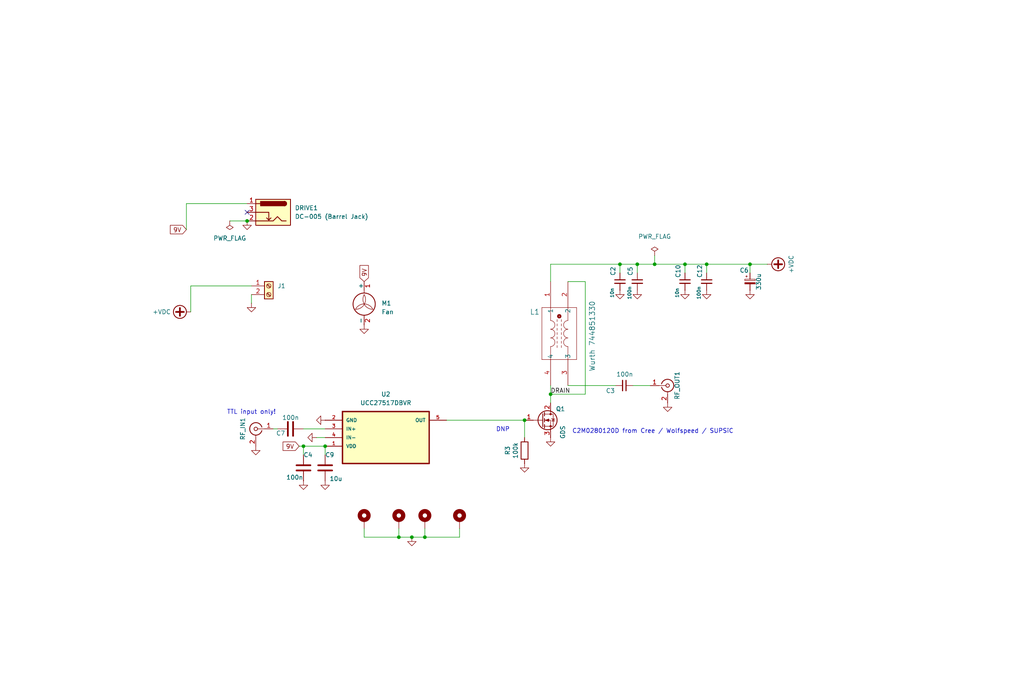
<source format=kicad_sch>
(kicad_sch (version 20250114) (generator "eeschema") (generator_version "9.0")
  (paper "User" 299.999 200)
  (title_block (title "SiC QRO Amplifier") (date "2025-01-14") (rev "v9.02") (company "Author: Dhiru Kholia (VU3CER)"))
  (lib_symbols
    (symbol "744851330_fixed:744851330" (pin_names (offset 0.254))
      (property "Reference" "L2" (at 16.5101 -8.89 90))
      (property "Value" "744851330" (at 13.9701 -8.89 90))
      (symbol "744851330_0_1"
        (polyline (pts (xy 7.62 2.54) (xy 7.62 -7.62)) (stroke (width 0.127)))
        (polyline (pts (xy 7.62 0) (xy 11.43 0)) (stroke (width 0.127)))
        (polyline (pts (xy 7.62 -5.08) (xy 11.43 -5.08)) (stroke (width 0.127)))
        (polyline (pts (xy 7.62 -7.62) (xy 22.86 -7.62)) (stroke (width 0.127)))
        (circle (center 10.16 -2.54) (radius 0.127) (stroke (width 0.508)))
        (polyline (pts (xy 11.1125 -1.905) (xy 11.7475 -1.905)) (stroke (width 0.127)))
        (polyline (pts (xy 11.1125 -3.175) (xy 11.7475 -3.175)) (stroke (width 0.127)))
        (polyline (pts (xy 12.3825 -1.905) (xy 13.0175 -1.905)) (stroke (width 0.127)))
        (polyline (pts (xy 12.3825 -3.175) (xy 13.0175 -3.175)) (stroke (width 0.127)))
        (arc (start 13.97 0) (mid 12.7 -1.2645) (end 11.43 0) (stroke (width 0.127)))
        (arc (start 11.43 -5.08) (mid 12.7 -3.8155) (end 13.97 -5.08) (stroke (width 0.127)))
        (polyline (pts (xy 13.6525 -1.905) (xy 14.2875 -1.905)) (stroke (width 0.127)))
        (polyline (pts (xy 13.6525 -3.175) (xy 14.2875 -3.175)) (stroke (width 0.127)))
        (polyline (pts (xy 14.9225 -1.905) (xy 15.5575 -1.905)) (stroke (width 0.127)))
        (polyline (pts (xy 14.9225 -3.175) (xy 15.5575 -3.175)) (stroke (width 0.127)))
        (arc (start 16.51 0) (mid 15.24 -1.2645) (end 13.97 0) (stroke (width 0.127)))
        (arc (start 13.97 -5.08) (mid 15.24 -3.8155) (end 16.51 -5.08) (stroke (width 0.127)))
        (polyline (pts (xy 16.1925 -1.905) (xy 16.8275 -1.905)) (stroke (width 0.127)))
        (polyline (pts (xy 16.1925 -3.175) (xy 16.8275 -3.175)) (stroke (width 0.127)))
        (polyline (pts (xy 17.4625 -1.905) (xy 18.0975 -1.905)) (stroke (width 0.127)))
        (polyline (pts (xy 17.4625 -3.175) (xy 18.0975 -3.175)) (stroke (width 0.127)))
        (arc (start 19.05 0) (mid 17.78 -1.2645) (end 16.51 0) (stroke (width 0.127)))
        (arc (start 16.51 -5.08) (mid 17.78 -3.8155) (end 19.05 -5.08) (stroke (width 0.127)))
        (polyline (pts (xy 18.7325 -1.905) (xy 19.3675 -1.905)) (stroke (width 0.127)))
        (polyline (pts (xy 18.7325 -3.175) (xy 19.3675 -3.175)) (stroke (width 0.127)))
        (polyline (pts (xy 19.05 0) (xy 22.86 0)) (stroke (width 0.127)))
        (polyline (pts (xy 19.05 -5.08) (xy 22.86 -5.08)) (stroke (width 0.127)))
        (polyline (pts (xy 22.86 2.54) (xy 7.62 2.54)) (stroke (width 0.127)))
        (polyline (pts (xy 22.86 -7.62) (xy 22.86 2.54)) (stroke (width 0.127)))
      )
      (symbol "744851330_1_1"
        (pin passive line (at 0 0 0) (length 7.62) (name "2") (number "2"))
        (pin passive line (at 0 -5.08 0) (length 7.62) (name "1") (number "1"))
        (pin passive line (at 30.48 0 180) (length 7.62) (name "3") (number "3"))
        (pin passive line (at 30.48 -5.08 180) (length 7.62) (name "4") (number "4"))
      )
    )
    (symbol "Conn_Coaxial_1" (pin_names (offset 1.016) (hide yes))
      (property "Reference" "J" (at 0.254 3.048 0))
      (property "Value" "Conn_Coaxial" (at 2.921 0 90))
      (symbol "Conn_Coaxial_1_0_1"
        (polyline (pts (xy -2.54 0) (xy -0.508 0)))
        (arc (start 1.778 0) (mid 0.222 -1.8079) (end -1.778 -0.508) (stroke (width 0.254)))
        (arc (start -1.778 0.508) (mid 0.2221 1.8084) (end 1.778 0) (stroke (width 0.254)))
        (circle (center 0 0) (radius 0.508) (stroke (width 0.2032)))
        (polyline (pts (xy 0 -2.54) (xy 0 -1.778)))
      )
      (symbol "Conn_Coaxial_1_1_1"
        (pin passive line (at -5.08 0 0) (length 2.54) (name "In") (number "1"))
        (pin passive line (at 0 -5.08 90) (length 2.54) (name "Ext") (number "2"))
      )
    )
    (symbol "Connector:Barrel_Jack_Switch" (pin_names (hide yes))
      (property "Reference" "J" (at 0 5.334 0))
      (property "Value" "Barrel_Jack_Switch" (at 0 -5.08 0))
      (symbol "Barrel_Jack_Switch_0_1"
        (rectangle (start -5.08 3.81) (end 5.08 -3.81) (stroke (width 0.254)) (fill (type background)))
        (polyline (pts (xy -3.81 -2.54) (xy -2.54 -2.54) (xy -1.27 -1.27) (xy 0 -2.54) (xy 2.54 -2.54) (xy 5.08 -2.54)) (stroke (width 0.254)))
        (arc (start -3.302 1.905) (mid -3.9343 2.54) (end -3.302 3.175) (stroke (width 0.254)) (fill (type outline)))
        (arc (start -3.302 1.905) (mid -3.9343 2.54) (end -3.302 3.175) (stroke (width 0.254)))
        (polyline (pts (xy 1.27 -2.286) (xy 1.905 -1.651)) (stroke (width 0.254)))
        (rectangle (start 3.683 3.175) (end -3.302 1.905) (stroke (width 0.254)) (fill (type outline)))
        (polyline (pts (xy 5.08 2.54) (xy 3.81 2.54)) (stroke (width 0.254)))
        (polyline (pts (xy 5.08 0) (xy 1.27 0) (xy 1.27 -2.286) (xy 0.635 -1.651)) (stroke (width 0.254)))
      )
      (symbol "Barrel_Jack_Switch_1_1"
        (pin passive line (at 7.62 2.54 180) (length 2.54) (name "~") (number "1"))
        (pin passive line (at 7.62 0 180) (length 2.54) (name "~") (number "3"))
        (pin passive line (at 7.62 -2.54 180) (length 2.54) (name "~") (number "2"))
      )
    )
    (symbol "Connector:Conn_Coaxial" (pin_names (offset 1.016) (hide yes))
      (property "Reference" "J" (at 0.254 3.048 0))
      (property "Value" "Conn_Coaxial" (at 2.921 0 90))
      (symbol "Conn_Coaxial_0_1"
        (polyline (pts (xy -2.54 0) (xy -0.508 0)))
        (arc (start 1.778 0) (mid 0.222 -1.8079) (end -1.778 -0.508) (stroke (width 0.254)))
        (arc (start -1.778 0.508) (mid 0.2221 1.8084) (end 1.778 0) (stroke (width 0.254)))
        (circle (center 0 0) (radius 0.508) (stroke (width 0.2032)))
        (polyline (pts (xy 0 -2.54) (xy 0 -1.778)))
      )
      (symbol "Conn_Coaxial_1_1"
        (pin passive line (at -5.08 0 0) (length 2.54) (name "In") (number "1"))
        (pin passive line (at 0 -5.08 90) (length 2.54) (name "Ext") (number "2"))
      )
    )
    (symbol "Connector:Screw_Terminal_01x02" (pin_names (offset 1.016) (hide yes))
      (property "Reference" "J" (at 0 2.54 0))
      (property "Value" "Screw_Terminal_01x02" (at 0 -5.08 0))
      (symbol "Screw_Terminal_01x02_1_1"
        (rectangle (start -1.27 1.27) (end 1.27 -3.81) (stroke (width 0.254)) (fill (type background)))
        (polyline (pts (xy -0.5334 0.3302) (xy 0.3302 -0.508)) (stroke (width 0.1524)))
        (polyline (pts (xy -0.5334 -2.2098) (xy 0.3302 -3.048)) (stroke (width 0.1524)))
        (polyline (pts (xy -0.3556 0.508) (xy 0.508 -0.3302)) (stroke (width 0.1524)))
        (polyline (pts (xy -0.3556 -2.032) (xy 0.508 -2.8702)) (stroke (width 0.1524)))
        (circle (center 0 0) (radius 0.635) (stroke (width 0.1524)))
        (circle (center 0 -2.54) (radius 0.635) (stroke (width 0.1524)))
        (pin passive line (at -5.08 0 0) (length 3.81) (name "Pin_1") (number "1"))
        (pin passive line (at -5.08 -2.54 0) (length 3.81) (name "Pin_2") (number "2"))
      )
    )
    (symbol "Device:C" (pin_numbers (hide yes)) (pin_names (offset 0.254))
      (property "Reference" "C" (at 0.635 2.54 0))
      (property "Value" "C" (at 0.635 -2.54 0))
      (symbol "C_0_1"
        (polyline (pts (xy -2.032 0.762) (xy 2.032 0.762)) (stroke (width 0.508)))
        (polyline (pts (xy -2.032 -0.762) (xy 2.032 -0.762)) (stroke (width 0.508)))
      )
      (symbol "C_1_1"
        (pin passive line (at 0 3.81 270) (length 2.794) (name "~") (number "1"))
        (pin passive line (at 0 -3.81 90) (length 2.794) (name "~") (number "2"))
      )
    )
    (symbol "Device:C_Polarized_Small" (pin_numbers (hide yes)) (pin_names (offset 0.254) (hide yes))
      (property "Reference" "C" (at 0.254 1.778 0))
      (property "Value" "C_Polarized_Small" (at 0.254 -2.032 0))
      (symbol "C_Polarized_Small_0_1"
        (rectangle (start -1.524 0.6858) (end 1.524 0.3048))
        (rectangle (start -1.524 -0.3048) (end 1.524 -0.6858) (fill (type outline)))
        (polyline (pts (xy -1.27 1.524) (xy -0.762 1.524)))
        (polyline (pts (xy -1.016 1.27) (xy -1.016 1.778)))
      )
      (symbol "C_Polarized_Small_1_1"
        (pin passive line (at 0 2.54 270) (length 1.8542) (name "~") (number "1"))
        (pin passive line (at 0 -2.54 90) (length 1.8542) (name "~") (number "2"))
      )
    )
    (symbol "Device:C_Small" (pin_numbers (hide yes)) (pin_names (offset 0.254) (hide yes))
      (property "Reference" "C" (at 0.254 1.778 0))
      (property "Value" "C_Small" (at 0.254 -2.032 0))
      (symbol "C_Small_0_1"
        (polyline (pts (xy -1.524 0.508) (xy 1.524 0.508)) (stroke (width 0.3048)))
        (polyline (pts (xy -1.524 -0.508) (xy 1.524 -0.508)) (stroke (width 0.3302)))
      )
      (symbol "C_Small_1_1"
        (pin passive line (at 0 2.54 270) (length 2.032) (name "~") (number "1"))
        (pin passive line (at 0 -2.54 90) (length 2.032) (name "~") (number "2"))
      )
    )
    (symbol "Device:R" (pin_numbers (hide yes)) (pin_names (offset 0))
      (property "Reference" "R" (at 2.032 0 90))
      (property "Value" "R" (at 0 0 90))
      (symbol "R_0_1"
        (rectangle (start -1.016 -2.54) (end 1.016 2.54) (stroke (width 0.254)))
      )
      (symbol "R_1_1"
        (pin passive line (at 0 3.81 270) (length 1.27) (name "~") (number "1"))
        (pin passive line (at 0 -3.81 90) (length 1.27) (name "~") (number "2"))
      )
    )
    (symbol "Mechanical:MountingHole_Pad" (pin_numbers (hide yes)) (pin_names (offset 1.016) (hide yes))
      (property "Reference" "H" (at 0 6.35 0))
      (property "Value" "MountingHole_Pad" (at 0 4.445 0))
      (symbol "MountingHole_Pad_0_1"
        (circle (center 0 1.27) (radius 1.27) (stroke (width 1.27)))
      )
      (symbol "MountingHole_Pad_1_1"
        (pin input line (at 0 -2.54 90) (length 2.54) (name "1") (number "1"))
      )
    )
    (symbol "Motor:Fan" (pin_names (offset 0))
      (property "Reference" "M" (at 2.54 5.08 0))
      (property "Value" "Fan" (at 2.54 -2.54 0))
      (symbol "Fan_0_1"
        (arc (start 0 3.81) (mid -0.0015 0.9048) (end -2.54 -0.508))
        (polyline (pts (xy 0 4.572) (xy 0 5.08)))
        (polyline (pts (xy 0 4.2672) (xy 0 4.6228)))
        (circle (center 0 1.016) (radius 3.2512) (stroke (width 0.254)))
        (arc (start -2.54 -0.508) (mid 0 1.0618) (end 2.54 -0.508))
        (polyline (pts (xy 0 -2.2352) (xy 0 -2.6416)))
        (polyline (pts (xy 0 -5.08) (xy 0 -4.572)))
        (arc (start 2.54 -0.508) (mid 0.047 0.9315) (end 0 3.81))
      )
      (symbol "Fan_1_1"
        (pin passive line (at 0 7.62 270) (length 2.54) (name "+") (number "1"))
        (pin passive line (at 0 -5.08 90) (length 2.54) (name "-") (number "2"))
      )
    )
    (symbol "Transistor_FET:IRF540N" (pin_names (hide yes))
      (property "Reference" "Q" (at 5.08 1.905 0))
      (property "Value" "IRF540N" (at 5.08 0 0))
      (symbol "IRF540N_0_1"
        (polyline (pts (xy 0.254 1.905) (xy 0.254 -1.905)) (stroke (width 0.254)))
        (polyline (pts (xy 0.254 0) (xy -2.54 0)))
        (polyline (pts (xy 0.762 2.286) (xy 0.762 1.27)) (stroke (width 0.254)))
        (polyline (pts (xy 0.762 0.508) (xy 0.762 -0.508)) (stroke (width 0.254)))
        (polyline (pts (xy 0.762 -1.27) (xy 0.762 -2.286)) (stroke (width 0.254)))
        (polyline (pts (xy 0.762 -1.778) (xy 3.302 -1.778) (xy 3.302 1.778) (xy 0.762 1.778)))
        (polyline (pts (xy 1.016 0) (xy 2.032 0.381) (xy 2.032 -0.381) (xy 1.016 0)) (fill (type outline)))
        (circle (center 1.651 0) (radius 2.794) (stroke (width 0.254)))
        (polyline (pts (xy 2.54 2.54) (xy 2.54 1.778)))
        (circle (center 2.54 1.778) (radius 0.254) (fill (type outline)))
        (circle (center 2.54 -1.778) (radius 0.254) (fill (type outline)))
        (polyline (pts (xy 2.54 -2.54) (xy 2.54 0) (xy 0.762 0)))
        (polyline (pts (xy 2.794 0.508) (xy 2.921 0.381) (xy 3.683 0.381) (xy 3.81 0.254)))
        (polyline (pts (xy 3.302 0.381) (xy 2.921 -0.254) (xy 3.683 -0.254) (xy 3.302 0.381)))
      )
      (symbol "IRF540N_1_1"
        (pin input line (at -5.08 0 0) (length 2.54) (name "G") (number "1"))
        (pin passive line (at 2.54 5.08 270) (length 2.54) (name "D") (number "2"))
        (pin passive line (at 2.54 -5.08 90) (length 2.54) (name "S") (number "3"))
      )
    )
    (symbol "UCC27517DBVR:UCC27517DBVR" (pin_names (offset 1.016))
      (property "Reference" "U" (at -12.7 8.62 0))
      (property "Value" "UCC27517DBVR" (at -12.7 -11.62 0))
      (symbol "UCC27517DBVR_0_0"
        (rectangle (start -12.7 -7.62) (end 12.7 7.62) (stroke (width 0.41)) (fill (type background)))
        (pin input line (at -17.78 5.08 0) (length 5.08) (name "GND") (number "2"))
        (pin input line (at -17.78 2.54 0) (length 5.08) (name "IN+") (number "3"))
        (pin input line (at -17.78 0 0) (length 5.08) (name "IN-") (number "4"))
        (pin input line (at -17.78 -2.54 0) (length 5.08) (name "VDD") (number "1"))
        (pin output line (at 17.78 5.08 180) (length 5.08) (name "OUT") (number "5"))
      )
    )
    (symbol "power:+VDC" (power) (pin_numbers (hide yes)) (pin_names (offset 0) (hide yes))
      (property "Value" "+VDC" (at 0 6.35 0))
      (symbol "+VDC_0_1"
        (polyline (pts (xy -1.143 3.175) (xy 1.143 3.175)) (stroke (width 0.508)))
        (circle (center 0 3.175) (radius 1.905) (stroke (width 0.254)))
        (polyline (pts (xy 0 2.032) (xy 0 4.318)) (stroke (width 0.508)))
        (polyline (pts (xy 0 0) (xy 0 1.27)))
      )
      (symbol "+VDC_1_1"
        (pin power_in line (at 0 0 90) (length 0) (name "~") (number "1"))
      )
    )
    (symbol "power:GND" (power) (pin_numbers (hide yes)) (pin_names (offset 0) (hide yes))
      (property "Value" "GND" (at 0 -3.81 0))
      (symbol "GND_0_1"
        (polyline (pts (xy 0 0) (xy 0 -1.27) (xy 1.27 -1.27) (xy 0 -2.54) (xy -1.27 -1.27) (xy 0 -1.27)))
      )
      (symbol "GND_1_1"
        (pin power_in line (at 0 0 270) (length 0) (name "~") (number "1"))
      )
    )
    (symbol "power:PWR_FLAG" (power) (pin_numbers (hide yes)) (pin_names (offset 0) (hide yes))
      (property "Value" "PWR_FLAG" (at 0 3.81 0))
      (symbol "PWR_FLAG_0_0"
        (pin power_out line (at 0 0 90) (length 0) (name "~") (number "1"))
      )
      (symbol "PWR_FLAG_0_1"
        (polyline (pts (xy 0 0) (xy 0 1.27) (xy -1.016 1.905) (xy 0 2.54) (xy 1.016 1.905) (xy 0 1.27)))
      )
    )
  )
  (text "DNP" (at 147.32 125.984 0) (effects (font (size 1.27 1.27))))
  (text "TTL input only!" (at 73.66 120.904 0) (effects (font (size 1.27 1.27))))
  (text "C2M0280120D from Cree / Wolfspeed / SUPSiC" (at 191.262 126.492 0) (effects (font (size 1.27 1.27))))
  (junction (at 200.66 77.47))
  (junction (at 186.69 77.47))
  (junction (at 116.84 157.48))
  (junction (at 124.46 157.48))
  (junction (at 88.9 130.81))
  (junction (at 181.61 77.47))
  (junction (at 95.25 130.81))
  (junction (at 219.71 77.47))
  (junction (at 120.65 157.48))
  (junction (at 191.77 77.47))
  (junction (at 207.01 77.47))
  (junction (at 161.29 115.57))
  (junction (at 153.67 123.19))
  (junction (at 72.39 64.77))
  (no_connect (at 72.39 62.23))
  (wire (pts (xy 88.9 125.73) (xy 95.25 125.73)))
  (wire (pts (xy 186.69 77.47) (xy 191.77 77.47)))
  (wire (pts (xy 134.62 157.48) (xy 134.62 154.94)))
  (wire (pts (xy 153.67 128.27) (xy 153.67 123.19)))
  (wire (pts (xy 181.61 77.47) (xy 186.69 77.47)))
  (wire (pts (xy 55.88 83.82) (xy 55.88 91.44)))
  (wire (pts (xy 55.88 83.82) (xy 73.66 83.82)))
  (wire (pts (xy 185.42 113.03) (xy 190.5 113.03)))
  (wire (pts (xy 200.66 77.47) (xy 200.66 80.01)))
  (wire (pts (xy 80.01 125.73) (xy 81.28 125.73)))
  (wire (pts (xy 106.68 157.48) (xy 116.84 157.48)))
  (wire (pts (xy 219.71 77.47) (xy 219.71 80.01)))
  (wire (pts (xy 191.77 77.47) (xy 200.66 77.47)))
  (wire (pts (xy 186.69 77.47) (xy 186.69 80.01)))
  (wire (pts (xy 73.66 86.36) (xy 73.66 88.9)))
  (wire (pts (xy 130.81 123.19) (xy 153.67 123.19)))
  (wire (pts (xy 116.84 154.94) (xy 116.84 157.48)))
  (wire (pts (xy 207.01 77.47) (xy 219.71 77.47)))
  (wire (pts (xy 166.37 82.55) (xy 171.45 82.55)))
  (wire (pts (xy 88.9 130.81) (xy 88.9 133.35)))
  (wire (pts (xy 106.68 154.94) (xy 106.68 157.48)))
  (wire (pts (xy 54.61 59.69) (xy 72.39 59.69)))
  (wire (pts (xy 207.01 77.47) (xy 207.01 80.01)))
  (wire (pts (xy 67.31 64.77) (xy 72.39 64.77)))
  (wire (pts (xy 161.29 113.03) (xy 161.29 115.57)))
  (wire (pts (xy 87.63 130.81) (xy 88.9 130.81)))
  (wire (pts (xy 88.9 130.81) (xy 95.25 130.81)))
  (wire (pts (xy 120.65 157.48) (xy 124.46 157.48)))
  (wire (pts (xy 124.46 157.48) (xy 134.62 157.48)))
  (wire (pts (xy 191.77 74.93) (xy 191.77 77.47)))
  (wire (pts (xy 161.29 115.57) (xy 161.29 118.11)))
  (wire (pts (xy 95.25 130.81) (xy 95.25 133.35)))
  (wire (pts (xy 161.29 77.47) (xy 181.61 77.47)))
  (wire (pts (xy 92.71 128.27) (xy 95.25 128.27)))
  (wire (pts (xy 181.61 77.47) (xy 181.61 80.01)))
  (wire (pts (xy 219.71 77.47) (xy 224.79 77.47)))
  (wire (pts (xy 116.84 157.48) (xy 120.65 157.48)))
  (wire (pts (xy 161.29 115.57) (xy 171.45 115.57)))
  (wire (pts (xy 166.37 113.03) (xy 180.34 113.03)))
  (wire (pts (xy 200.66 77.47) (xy 207.01 77.47)))
  (wire (pts (xy 161.29 82.55) (xy 161.29 77.47)))
  (wire (pts (xy 171.45 82.55) (xy 171.45 115.57)))
  (wire (pts (xy 54.61 59.69) (xy 54.61 67.31)))
  (wire (pts (xy 124.46 154.94) (xy 124.46 157.48)))
  (label "DRAIN" (at 161.29 115.57 0))
  (global_label "9V" (shape input) (at 87.63 130.81 180) (property "Intersheetrefs" "${INTERSHEET_REFS}" (effects (hide yes))))
  (global_label "9V" (shape input) (at 106.68 82.55 90) (property "Intersheetrefs" "${INTERSHEET_REFS}" (effects (hide yes))))
  (global_label "9V" (shape input) (at 54.61 67.31 180) (property "Intersheetrefs" "${INTERSHEET_REFS}" (effects (hide yes))))
  (symbol (lib_id "power:+VDC") (at 55.88 91.44 90) (unit 1)
    (property "Reference" "#PWR0110" (effects (hide yes)))
    (property "Value" "+VDC" (at 50.0634 91.44 90) (effects (justify left)))
    (property "Description" "Power symbol creates a global label with name \"+VDC\"" (effects (hide yes)))
  )
  (symbol (lib_id "power:GND") (at 186.69 85.09 0) (unit 1)
    (property "Reference" "#PWR012" (effects (hide yes)))
    (property "Value" "GND" (effects (hide yes)))
  )
  (symbol (lib_id "Device:C") (at 85.09 125.73 90) (unit 1)
    (property "Reference" "C7" (at 83.566 127 90) (effects (justify left)))
    (property "Value" "100n" (at 87.63 122.428 90) (effects (justify left)))
    (property "Footprint" "Capacitor_SMD:C_1206_3216Metric_Pad1.33x1.80mm_HandSolder" (effects (hide yes)))
    (property "LCSC Part" "C110255" (effects (hide yes)))
  )
  (symbol (lib_id "Device:C") (at 88.9 137.16 0) (unit 1)
    (property "Reference" "C4" (at 88.9 133.35 0) (effects (justify left)))
    (property "Value" "100n" (at 83.82 139.954 0) (effects (justify left)))
    (property "Footprint" "Capacitor_SMD:C_1206_3216Metric_Pad1.33x1.80mm_HandSolder" (effects (hide yes)))
    (property "LCSC Part" "C110255" (effects (hide yes)))
  )
  (symbol (lib_id "power:GND") (at 181.61 85.09 0) (unit 1)
    (property "Reference" "#PWR05" (effects (hide yes)))
    (property "Value" "GND" (effects (hide yes)))
  )
  (symbol (lib_id "power:+VDC") (at 224.79 77.47 270) (unit 1)
    (property "Reference" "#PWR018" (effects (hide yes)))
    (property "Value" "+VDC" (at 231.775 77.47 0))
    (property "Description" "Power symbol creates a global label with name \"+VDC\"" (effects (hide yes)))
  )
  (symbol (lib_id "Device:C_Small") (at 181.61 82.55 0) (unit 1)
    (property "Reference" "C2" (at 179.578 79.502 90))
    (property "Value" "10n" (at 179.324 85.852 90) (effects (font (size 0.9906 0.9906))))
    (property "Footprint" "Capacitor_SMD:C_1206_3216Metric_Pad1.33x1.80mm_HandSolder" (effects (hide yes)))
    (property "LCSC Part" "C24783" (effects (hide yes)))
  )
  (symbol (lib_id "Transistor_FET:IRF540N") (at 158.75 123.19 0) (unit 1)
    (property "Reference" "Q1" (at 162.814 119.888 0) (effects (justify left)))
    (property "Value" "GDS" (at 164.8714 128.7018 90) (effects (justify left)))
    (property "Footprint" "footprints:TO-247-3_Horizontal_TabDown_Modded" (effects (hide yes)))
    (property "Datasheet" "http://www.irf.com/product-info/datasheets/data/irf540n.pdf" (effects (hide yes)))
    (property "Description" "33A Id, 100V Vds, HEXFET N-Channel MOSFET, TO-220" (effects (hide yes)))
  )
  (symbol (lib_id "power:GND") (at 207.01 85.09 0) (unit 1)
    (property "Reference" "#PWR017" (effects (hide yes)))
    (property "Value" "GND" (effects (hide yes)))
  )
  (symbol (lib_id "power:GND") (at 88.9 140.97 0) (unit 1)
    (property "Reference" "#PWR03" (effects (hide yes)))
    (property "Value" "GND" (effects (hide yes)))
    (property "Description" "Power symbol creates a global label with name \"GND\" , ground" (effects (hide yes)))
  )
  (symbol (lib_id "UCC27517DBVR:UCC27517DBVR") (at 113.03 128.27 0) (unit 1)
    (property "Reference" "U2" (at 113.03 115.57 0))
    (property "Value" "UCC27517DBVR" (at 113.03 118.11 0))
    (property "Footprint" "Package_TO_SOT_SMD:TSOT-23-5_HandSoldering" (effects (hide yes)))
    (property "Description" "4-A/4-A single-channel gate driver with 5-V UVLO and 13-ns prop delay in SOT-23 package" (effects (hide yes)))
    (property "MF" "Texas Instruments" (effects (hide yes)))
    (property "Package" "SOT-23-5 Texas Instruments" (effects (hide yes)))
    (property "Price" "None" (effects (hide yes)))
    (property "SnapEDA_Link" "https://www.snapeda.com/parts/UCC27517DBVR/Texas+Instruments/view-part/?ref=snap" (effects (hide yes)))
    (property "MP" "UCC27517DBVR" (effects (hide yes)))
    (property "Purchase-URL" "https://pricing.snapeda.com/search?q=UCC27517DBVR&ref=eda" (effects (hide yes)))
    (property "Availability" "In Stock" (effects (hide yes)))
    (property "Check_prices" "https://www.snapeda.com/parts/UCC27517DBVR/Texas+Instruments/view-part/?ref=eda" (effects (hide yes)))
    (property "Description_1" "\n4-A/4-A single-channel gate driver with 5-V UVLO and 13-ns prop delay in SOT-23 package\n" (effects (hide yes)))
    (property "LCSC Part" "C99395" (effects (hide yes)))
  )
  (symbol (lib_id "power:GND") (at 195.58 118.11 0) (mirror y) (unit 1)
    (property "Reference" "#PWR04" (effects (hide yes)))
    (property "Value" "GND" (effects (hide yes)))
    (property "Description" "Power symbol creates a global label with name \"GND\" , ground" (effects (hide yes)))
  )
  (symbol (lib_id "power:GND") (at 73.66 88.9 0) (unit 1)
    (property "Reference" "#PWR019" (effects (hide yes)))
    (property "Value" "GND" (effects (hide yes)))
    (property "Description" "Power symbol creates a global label with name \"GND\" , ground" (effects (hide yes)))
  )
  (symbol (lib_name "Conn_Coaxial_1") (lib_id "Connector:Conn_Coaxial") (at 195.58 113.03 0) (unit 1)
    (property "Reference" "RF_OUT1" (at 198.374 113.03 90))
    (property "Value" "SMA" (effects (hide yes)))
    (property "Footprint" "Connector_Coaxial:SMA_Samtec_SMA-J-P-H-ST-EM1_EdgeMount" (effects (hide yes)))
    (property "Description" "coaxial connector (BNC, SMA, SMB, SMC, Cinch/RCA, LEMO, ...)" (effects (hide yes)))
  )
  (symbol (lib_id "power:PWR_FLAG") (at 67.31 64.77 180) (unit 1)
    (property "Reference" "#FLG04" (effects (hide yes)))
    (property "Value" "PWR_FLAG" (at 67.31 69.85 0))
    (property "Description" "Special symbol for telling ERC where power comes from" (effects (hide yes)))
  )
  (symbol (lib_id "power:GND") (at 95.25 140.97 0) (unit 1)
    (property "Reference" "#PWR011" (effects (hide yes)))
    (property "Value" "GND" (effects (hide yes)))
    (property "Description" "Power symbol creates a global label with name \"GND\" , ground" (effects (hide yes)))
  )
  (symbol (lib_id "Device:R") (at 153.67 132.08 0) (unit 1)
    (property "Reference" "R3" (at 148.6916 132.08 90))
    (property "Value" "100k" (at 151.003 132.08 90))
    (property "Footprint" "Resistor_SMD:R_1206_3216Metric_Pad1.30x1.75mm_HandSolder" (effects (hide yes)))
    (property "LCSC Part" "C17900" (effects (hide yes)))
  )
  (symbol (lib_id "power:GND") (at 74.93 130.81 0) (unit 1)
    (property "Reference" "#PWR08" (effects (hide yes)))
    (property "Value" "GND" (effects (hide yes)))
    (property "Description" "Power symbol creates a global label with name \"GND\" , ground" (effects (hide yes)))
  )
  (symbol (lib_id "Connector:Conn_Coaxial") (at 74.93 125.73 0) (mirror y) (unit 1)
    (property "Reference" "RF_IN1" (at 71.12 125.73 90))
    (property "Value" "SMA" (effects (hide yes)))
    (property "Footprint" "Connector_Coaxial:SMA_Samtec_SMA-J-P-H-ST-EM1_EdgeMount" (effects (hide yes)))
    (property "Description" "coaxial connector (BNC, SMA, SMB, SMC, Cinch/RCA, LEMO, ...)" (effects (hide yes)))
  )
  (symbol (lib_id "Device:C") (at 95.25 137.16 0) (unit 1)
    (property "Reference" "C9" (at 95.25 133.35 0) (effects (justify left)))
    (property "Value" "10u" (at 96.52 140.335 0) (effects (justify left)))
    (property "Footprint" "Capacitor_SMD:C_1206_3216Metric_Pad1.33x1.80mm_HandSolder" (effects (hide yes)))
    (property "LCSC Part" "C13585" (effects (hide yes)))
  )
  (symbol (lib_id "Mechanical:MountingHole_Pad") (at 124.46 152.4 0) (unit 1)
    (property "Reference" "H3" (effects (hide yes)))
    (property "Value" "MountingHole_Pad" (effects (hide yes)))
    (property "Footprint" "MountingHole:MountingHole_3.2mm_M3_Pad_Via" (effects (hide yes)))
  )
  (symbol (lib_id "Connector:Screw_Terminal_01x02") (at 78.74 83.82 0) (unit 1)
    (property "Reference" "J1" (at 81.28 83.8199 0) (effects (justify left)))
    (property "Value" "Screw_Terminal_01x02" (effects (hide yes)))
    (property "Footprint" "TerminalBlock:TerminalBlock_bornier-2_P5.08mm" (effects (hide yes)))
    (property "Description" "Generic screw terminal, single row, 01x02, script generated (kicad-library-utils/schlib/autogen/connector/)" (effects (hide yes)))
  )
  (symbol (lib_id "Connector:Barrel_Jack_Switch") (at 80.01 62.23 0) (mirror y) (unit 1)
    (property "Reference" "DRIVE1" (at 86.36 60.9599 0) (effects (justify right)))
    (property "Value" "DC-005 (Barrel Jack)" (at 86.36 63.4999 0) (effects (justify right)))
    (property "Footprint" "footprints:XKB_DC-005-5A-2.0_Modded" (effects (hide yes)))
  )
  (symbol (lib_id "Device:C_Polarized_Small") (at 219.71 82.55 0) (unit 1)
    (property "Reference" "C6" (at 216.662 79.248 0) (effects (justify left)))
    (property "Value" "330u" (at 222.25 85.09 90) (effects (justify left)))
    (property "Footprint" "Capacitor_THT:CP_Radial_D8.0mm_P5.00mm" (effects (hide yes)))
  )
  (symbol (lib_id "power:GND") (at 92.71 128.27 270) (unit 1)
    (property "Reference" "#PWR09" (effects (hide yes)))
    (property "Value" "GND" (effects (hide yes)))
    (property "Description" "Power symbol creates a global label with name \"GND\" , ground" (effects (hide yes)))
  )
  (symbol (lib_id "Mechanical:MountingHole_Pad") (at 116.84 152.4 0) (unit 1)
    (property "Reference" "H2" (effects (hide yes)))
    (property "Value" "MountingHole_Pad" (effects (hide yes)))
    (property "Footprint" "MountingHole:MountingHole_3.2mm_M3_Pad_Via" (effects (hide yes)))
  )
  (symbol (lib_id "power:PWR_FLAG") (at 191.77 74.93 0) (unit 1)
    (property "Reference" "#FLG01" (effects (hide yes)))
    (property "Value" "PWR_FLAG" (at 191.77 69.342 0))
  )
  (symbol (lib_id "Device:C_Small") (at 182.88 113.03 270) (unit 1)
    (property "Reference" "C3" (at 178.816 114.554 90))
    (property "Value" "100n" (at 183.007 109.728 90))
    (property "Footprint" "Capacitor_SMD:C_1206_3216Metric_Pad1.33x1.80mm_HandSolder" (effects (hide yes)))
    (property "LCSC Part" "C110255" (effects (hide yes)))
  )
  (symbol (lib_id "power:GND") (at 200.66 85.09 0) (unit 1)
    (property "Reference" "#PWR014" (effects (hide yes)))
    (property "Value" "GND" (effects (hide yes)))
  )
  (symbol (lib_id "power:GND") (at 120.65 157.48 0) (unit 1)
    (property "Reference" "#PWR01" (effects (hide yes)))
    (property "Value" "GND" (effects (hide yes)))
    (property "Description" "Power symbol creates a global label with name \"GND\" , ground" (effects (hide yes)))
  )
  (symbol (lib_id "power:GND") (at 95.25 123.19 270) (unit 1)
    (property "Reference" "#PWR010" (effects (hide yes)))
    (property "Value" "GND" (effects (hide yes)))
    (property "Description" "Power symbol creates a global label with name \"GND\" , ground" (effects (hide yes)))
  )
  (symbol (lib_id "power:GND") (at 106.68 95.25 0) (unit 1)
    (property "Reference" "#PWR06" (effects (hide yes)))
    (property "Value" "GND" (effects (hide yes)))
    (property "Description" "Power symbol creates a global label with name \"GND\" , ground" (effects (hide yes)))
  )
  (symbol (lib_id "Motor:Fan") (at 106.68 90.17 0) (unit 1)
    (property "Reference" "M1" (at 111.76 88.8999 0) (effects (justify left)))
    (property "Value" "Fan" (at 111.76 91.4399 0) (effects (justify left)))
    (property "Footprint" "Connector_PinHeader_2.54mm:PinHeader_1x02_P2.54mm_Vertical" (effects (hide yes)))
    (property "Description" "Fan" (effects (hide yes)))
  )
  (symbol (lib_id "power:GND") (at 161.29 128.27 0) (unit 1)
    (property "Reference" "#PWR015" (effects (hide yes)))
    (property "Value" "GND" (effects (hide yes)))
    (property "Description" "Power symbol creates a global label with name \"GND\" , ground" (effects (hide yes)))
  )
  (symbol (lib_id "power:GND") (at 219.71 85.09 0) (unit 1)
    (property "Reference" "#PWR013" (effects (hide yes)))
    (property "Value" "GND" (effects (hide yes)))
  )
  (symbol (lib_id "Mechanical:MountingHole_Pad") (at 134.62 152.4 0) (mirror y) (unit 1)
    (property "Reference" "H4" (effects (hide yes)))
    (property "Value" "MountingHole_Pad" (effects (hide yes)))
    (property "Footprint" "MountingHole:MountingHole_3.2mm_M3_Pad_Via" (effects (hide yes)))
  )
  (symbol (lib_id "Device:C_Small") (at 186.69 82.55 0) (unit 1)
    (property "Reference" "C5" (at 184.658 79.502 90))
    (property "Value" "100n" (at 184.404 85.852 90) (effects (font (size 0.9906 0.9906))))
    (property "Footprint" "Capacitor_SMD:C_1206_3216Metric_Pad1.33x1.80mm_HandSolder" (effects (hide yes)))
    (property "LCSC Part" "C55077" (effects (hide yes)))
  )
  (symbol (lib_id "power:GND") (at 153.67 135.89 0) (unit 1)
    (property "Reference" "#PWR016" (effects (hide yes)))
    (property "Value" "GND" (effects (hide yes)))
    (property "Description" "Power symbol creates a global label with name \"GND\" , ground" (effects (hide yes)))
  )
  (symbol (lib_id "Device:C_Small") (at 207.01 82.55 0) (unit 1)
    (property "Reference" "C12" (at 204.978 79.502 90))
    (property "Value" "100n" (at 204.724 85.852 90) (effects (font (size 0.9906 0.9906))))
    (property "Footprint" "Capacitor_SMD:C_1206_3216Metric_Pad1.33x1.80mm_HandSolder" (effects (hide yes)))
    (property "LCSC Part" "C55077" (effects (hide yes)))
  )
  (symbol (lib_id "power:GND") (at 72.39 64.77 0) (unit 1)
    (property "Reference" "#PWR020" (effects (hide yes)))
    (property "Value" "GND" (effects (hide yes)))
    (property "Description" "Power symbol creates a global label with name \"GND\" , ground" (effects (hide yes)))
  )
  (symbol (lib_id "Mechanical:MountingHole_Pad") (at 106.68 152.4 0) (unit 1)
    (property "Reference" "H1" (effects (hide yes)))
    (property "Value" "MountingHole_Pad" (effects (hide yes)))
    (property "Footprint" "MountingHole:MountingHole_3.2mm_M3_Pad_Via" (effects (hide yes)))
  )
  (symbol (lib_id "744851330_fixed:744851330") (at 166.37 82.55 270) (unit 1)
    (property "Reference" "L1" (at 155.194 91.44 90) (effects (font (size 1.524 1.524)) (justify left)))
    (property "Value" "Wurth 744851330" (at 173.482 88.138 0) (effects (font (size 1.524 1.524)) (justify left)))
    (property "Footprint" "footprints:744851330_WRE" (effects (hide yes)))
    (property "Datasheet" "744851330" (effects (hide yes)))
  )
  (symbol (lib_id "Device:C_Small") (at 200.66 82.55 0) (unit 1)
    (property "Reference" "C10" (at 198.628 79.502 90))
    (property "Value" "10n" (at 198.374 85.852 90) (effects (font (size 0.9906 0.9906))))
    (property "Footprint" "Capacitor_SMD:C_1206_3216Metric_Pad1.33x1.80mm_HandSolder" (effects (hide yes)))
    (property "LCSC Part" "C24783" (effects (hide yes)))
  )
)
</source>
